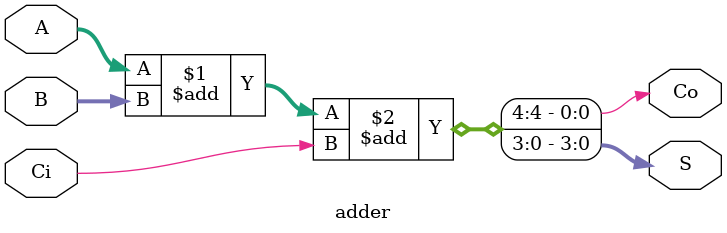
<source format=v>
module adder (A, B, Ci, S, Co);


input [3:0] A, B;
input Ci;

output [3:0] S;
output Co;

wire [3:0] S;
wire Co;

assign {Co,S} = A+B+Ci;

endmodule



</source>
